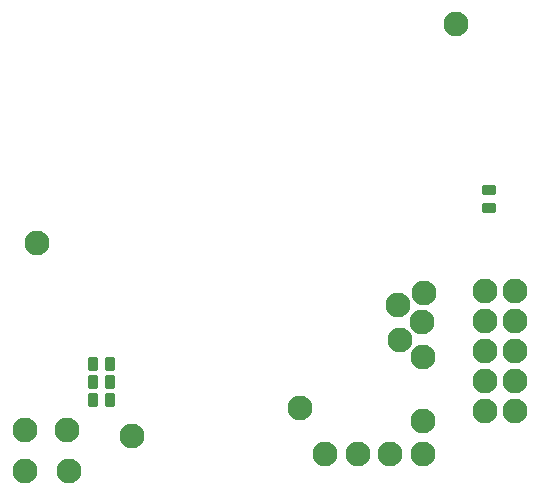
<source format=gbr>
G04 #@! TF.GenerationSoftware,KiCad,Pcbnew,(6.0.9-0)*
G04 #@! TF.CreationDate,2023-12-07T00:14:06+00:00*
G04 #@! TF.ProjectId,BalanceBoard,42616c61-6e63-4654-926f-6172642e6b69,rev?*
G04 #@! TF.SameCoordinates,Original*
G04 #@! TF.FileFunction,Soldermask,Top*
G04 #@! TF.FilePolarity,Negative*
%FSLAX46Y46*%
G04 Gerber Fmt 4.6, Leading zero omitted, Abs format (unit mm)*
G04 Created by KiCad (PCBNEW (6.0.9-0)) date 2023-12-07 00:14:06*
%MOMM*%
%LPD*%
G01*
G04 APERTURE LIST*
G04 Aperture macros list*
%AMRoundRect*
0 Rectangle with rounded corners*
0 $1 Rounding radius*
0 $2 $3 $4 $5 $6 $7 $8 $9 X,Y pos of 4 corners*
0 Add a 4 corners polygon primitive as box body*
4,1,4,$2,$3,$4,$5,$6,$7,$8,$9,$2,$3,0*
0 Add four circle primitives for the rounded corners*
1,1,$1+$1,$2,$3*
1,1,$1+$1,$4,$5*
1,1,$1+$1,$6,$7*
1,1,$1+$1,$8,$9*
0 Add four rect primitives between the rounded corners*
20,1,$1+$1,$2,$3,$4,$5,0*
20,1,$1+$1,$4,$5,$6,$7,0*
20,1,$1+$1,$6,$7,$8,$9,0*
20,1,$1+$1,$8,$9,$2,$3,0*%
G04 Aperture macros list end*
%ADD10RoundRect,0.051000X-0.350000X-0.500000X0.350000X-0.500000X0.350000X0.500000X-0.350000X0.500000X0*%
%ADD11C,2.102000*%
%ADD12RoundRect,0.051000X0.500000X-0.350000X0.500000X0.350000X-0.500000X0.350000X-0.500000X-0.350000X0*%
G04 APERTURE END LIST*
D10*
X33655000Y-164211000D03*
X35155000Y-164211000D03*
X33655000Y-162687000D03*
X35155000Y-162687000D03*
X33655000Y-165735000D03*
X35155000Y-165735000D03*
D11*
X31496000Y-168275000D03*
X31623000Y-171704000D03*
X27940000Y-171704000D03*
X27940000Y-168275000D03*
X58801000Y-170307000D03*
X69382000Y-166624000D03*
X66842000Y-166624000D03*
X69382000Y-164084000D03*
X66842000Y-164084000D03*
X69382000Y-161544000D03*
X66842000Y-161544000D03*
X69382000Y-159004000D03*
X66842000Y-159004000D03*
X69382000Y-156464000D03*
X66842000Y-156464000D03*
X61518800Y-159080200D03*
X64389000Y-133858000D03*
X36957000Y-168783000D03*
X59690000Y-160655000D03*
X56134000Y-170307000D03*
X61595000Y-162052000D03*
X53340000Y-170307000D03*
X61595000Y-170307000D03*
X28956000Y-152400000D03*
X51181000Y-166370000D03*
X61696600Y-156667200D03*
D12*
X67183000Y-149455000D03*
X67183000Y-147955000D03*
D11*
X59461400Y-157683200D03*
X61595000Y-167513000D03*
M02*

</source>
